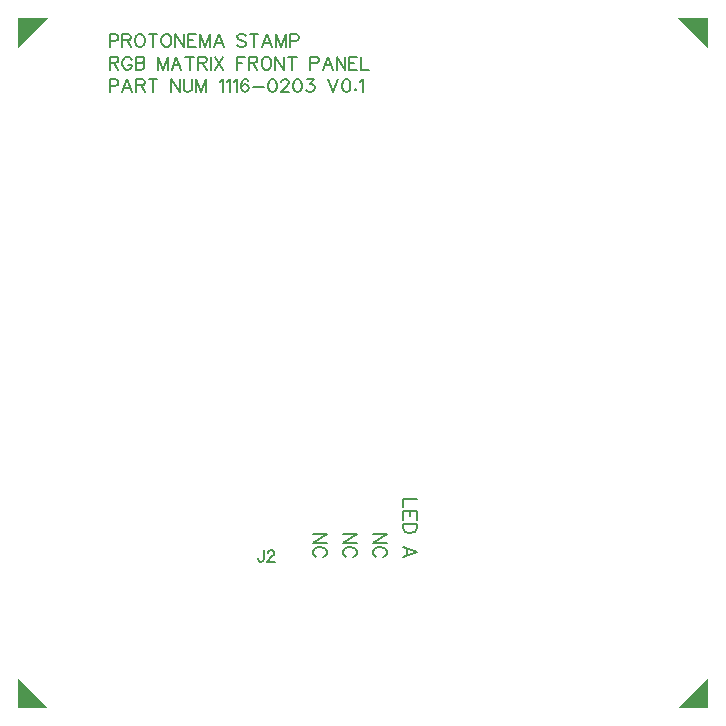
<source format=gto>
G04 Layer: TopSilkscreenLayer*
G04 EasyEDA v6.5.34, 2023-08-21 18:11:39*
G04 170543c9dcd043ffafcefd08752301e1,5a6b42c53f6a479593ecc07194224c93,10*
G04 Gerber Generator version 0.2*
G04 Scale: 100 percent, Rotated: No, Reflected: No *
G04 Dimensions in millimeters *
G04 leading zeros omitted , absolute positions ,4 integer and 5 decimal *
%FSLAX45Y45*%
%MOMM*%

%ADD10C,0.1524*%

%LPD*%
D10*
X2610403Y1473197D02*
G01*
X2495849Y1473197D01*
X2610403Y1473197D02*
G01*
X2495849Y1396743D01*
X2610403Y1396743D02*
G01*
X2495849Y1396743D01*
X2582971Y1279141D02*
G01*
X2593893Y1284475D01*
X2604815Y1295397D01*
X2610403Y1306319D01*
X2610403Y1328163D01*
X2604815Y1339085D01*
X2593893Y1350007D01*
X2582971Y1355341D01*
X2566715Y1360929D01*
X2539283Y1360929D01*
X2523027Y1355341D01*
X2512105Y1350007D01*
X2501183Y1339085D01*
X2495849Y1328163D01*
X2495849Y1306319D01*
X2501183Y1295397D01*
X2512105Y1284475D01*
X2523027Y1279141D01*
X3372401Y1765292D02*
G01*
X3257847Y1765292D01*
X3257847Y1765292D02*
G01*
X3257847Y1699760D01*
X3372401Y1663946D02*
G01*
X3257847Y1663946D01*
X3372401Y1663946D02*
G01*
X3372401Y1592826D01*
X3317791Y1663946D02*
G01*
X3317791Y1620258D01*
X3257847Y1663946D02*
G01*
X3257847Y1592826D01*
X3372401Y1557012D02*
G01*
X3257847Y1557012D01*
X3372401Y1557012D02*
G01*
X3372401Y1518658D01*
X3366813Y1502402D01*
X3355891Y1491480D01*
X3344969Y1486146D01*
X3328713Y1480558D01*
X3301281Y1480558D01*
X3285025Y1486146D01*
X3274103Y1491480D01*
X3263181Y1502402D01*
X3257847Y1518658D01*
X3257847Y1557012D01*
X3372401Y1316982D02*
G01*
X3257847Y1360670D01*
X3372401Y1316982D02*
G01*
X3257847Y1273294D01*
X3295947Y1344160D02*
G01*
X3295947Y1289550D01*
X2077471Y1332755D02*
G01*
X2077471Y1260109D01*
X2072899Y1246393D01*
X2068327Y1241823D01*
X2059183Y1237249D01*
X2050293Y1237249D01*
X2041149Y1241823D01*
X2036577Y1246393D01*
X2032005Y1260109D01*
X2032005Y1269255D01*
X2112015Y1310147D02*
G01*
X2112015Y1314721D01*
X2116587Y1323609D01*
X2121159Y1328181D01*
X2130303Y1332755D01*
X2148337Y1332755D01*
X2157481Y1328181D01*
X2162053Y1323609D01*
X2166625Y1314721D01*
X2166625Y1305577D01*
X2162053Y1296431D01*
X2152909Y1282715D01*
X2107443Y1237249D01*
X2171197Y1237249D01*
X2864403Y1473197D02*
G01*
X2749849Y1473197D01*
X2864403Y1473197D02*
G01*
X2749849Y1396743D01*
X2864403Y1396743D02*
G01*
X2749849Y1396743D01*
X2836971Y1279141D02*
G01*
X2847893Y1284475D01*
X2858815Y1295397D01*
X2864403Y1306319D01*
X2864403Y1328163D01*
X2858815Y1339085D01*
X2847893Y1350007D01*
X2836971Y1355341D01*
X2820715Y1360929D01*
X2793283Y1360929D01*
X2777027Y1355341D01*
X2766105Y1350007D01*
X2755183Y1339085D01*
X2749849Y1328163D01*
X2749849Y1306319D01*
X2755183Y1295397D01*
X2766105Y1284475D01*
X2777027Y1279141D01*
X3118403Y1473197D02*
G01*
X3003849Y1473197D01*
X3118403Y1473197D02*
G01*
X3003849Y1396743D01*
X3118403Y1396743D02*
G01*
X3003849Y1396743D01*
X3090971Y1279141D02*
G01*
X3101893Y1284475D01*
X3112815Y1295397D01*
X3118403Y1306319D01*
X3118403Y1328163D01*
X3112815Y1339085D01*
X3101893Y1350007D01*
X3090971Y1355341D01*
X3074715Y1360929D01*
X3047283Y1360929D01*
X3031027Y1355341D01*
X3020105Y1350007D01*
X3009183Y1339085D01*
X3003849Y1328163D01*
X3003849Y1306319D01*
X3009183Y1295397D01*
X3020105Y1284475D01*
X3031027Y1279141D01*
X774692Y5703308D02*
G01*
X774692Y5594342D01*
X774692Y5703308D02*
G01*
X821428Y5703308D01*
X836922Y5698228D01*
X842256Y5692894D01*
X847336Y5682480D01*
X847336Y5666986D01*
X842256Y5656572D01*
X836922Y5651492D01*
X821428Y5646158D01*
X774692Y5646158D01*
X881626Y5703308D02*
G01*
X881626Y5594342D01*
X881626Y5703308D02*
G01*
X928362Y5703308D01*
X944110Y5698228D01*
X949190Y5692894D01*
X954524Y5682480D01*
X954524Y5672066D01*
X949190Y5661652D01*
X944110Y5656572D01*
X928362Y5651492D01*
X881626Y5651492D01*
X918202Y5651492D02*
G01*
X954524Y5594342D01*
X1019802Y5703308D02*
G01*
X1009642Y5698228D01*
X999228Y5687814D01*
X993894Y5677400D01*
X988814Y5661652D01*
X988814Y5635744D01*
X993894Y5620250D01*
X999228Y5609836D01*
X1009642Y5599422D01*
X1019802Y5594342D01*
X1040630Y5594342D01*
X1051044Y5599422D01*
X1061458Y5609836D01*
X1066792Y5620250D01*
X1071872Y5635744D01*
X1071872Y5661652D01*
X1066792Y5677400D01*
X1061458Y5687814D01*
X1051044Y5698228D01*
X1040630Y5703308D01*
X1019802Y5703308D01*
X1142484Y5703308D02*
G01*
X1142484Y5594342D01*
X1106162Y5703308D02*
G01*
X1178806Y5703308D01*
X1244338Y5703308D02*
G01*
X1233924Y5698228D01*
X1223510Y5687814D01*
X1218430Y5677400D01*
X1213096Y5661652D01*
X1213096Y5635744D01*
X1218430Y5620250D01*
X1223510Y5609836D01*
X1233924Y5599422D01*
X1244338Y5594342D01*
X1265166Y5594342D01*
X1275580Y5599422D01*
X1285994Y5609836D01*
X1291074Y5620250D01*
X1296408Y5635744D01*
X1296408Y5661652D01*
X1291074Y5677400D01*
X1285994Y5687814D01*
X1275580Y5698228D01*
X1265166Y5703308D01*
X1244338Y5703308D01*
X1330698Y5703308D02*
G01*
X1330698Y5594342D01*
X1330698Y5703308D02*
G01*
X1403342Y5594342D01*
X1403342Y5703308D02*
G01*
X1403342Y5594342D01*
X1437632Y5703308D02*
G01*
X1437632Y5594342D01*
X1437632Y5703308D02*
G01*
X1505196Y5703308D01*
X1437632Y5651492D02*
G01*
X1479288Y5651492D01*
X1437632Y5594342D02*
G01*
X1505196Y5594342D01*
X1539486Y5703308D02*
G01*
X1539486Y5594342D01*
X1539486Y5703308D02*
G01*
X1581142Y5594342D01*
X1622544Y5703308D02*
G01*
X1581142Y5594342D01*
X1622544Y5703308D02*
G01*
X1622544Y5594342D01*
X1698490Y5703308D02*
G01*
X1656834Y5594342D01*
X1698490Y5703308D02*
G01*
X1739892Y5594342D01*
X1672582Y5630664D02*
G01*
X1724398Y5630664D01*
X1927090Y5687814D02*
G01*
X1916676Y5698228D01*
X1901182Y5703308D01*
X1880354Y5703308D01*
X1864606Y5698228D01*
X1854192Y5687814D01*
X1854192Y5677400D01*
X1859526Y5666986D01*
X1864606Y5661652D01*
X1875020Y5656572D01*
X1906262Y5646158D01*
X1916676Y5641078D01*
X1921756Y5635744D01*
X1927090Y5625330D01*
X1927090Y5609836D01*
X1916676Y5599422D01*
X1901182Y5594342D01*
X1880354Y5594342D01*
X1864606Y5599422D01*
X1854192Y5609836D01*
X1997702Y5703308D02*
G01*
X1997702Y5594342D01*
X1961380Y5703308D02*
G01*
X2034024Y5703308D01*
X2109970Y5703308D02*
G01*
X2068314Y5594342D01*
X2109970Y5703308D02*
G01*
X2151372Y5594342D01*
X2084062Y5630664D02*
G01*
X2135878Y5630664D01*
X2185662Y5703308D02*
G01*
X2185662Y5594342D01*
X2185662Y5703308D02*
G01*
X2227318Y5594342D01*
X2268974Y5703308D02*
G01*
X2227318Y5594342D01*
X2268974Y5703308D02*
G01*
X2268974Y5594342D01*
X2303264Y5703308D02*
G01*
X2303264Y5594342D01*
X2303264Y5703308D02*
G01*
X2350000Y5703308D01*
X2365494Y5698228D01*
X2370828Y5692894D01*
X2375908Y5682480D01*
X2375908Y5666986D01*
X2370828Y5656572D01*
X2365494Y5651492D01*
X2350000Y5646158D01*
X2303264Y5646158D01*
X774692Y5512859D02*
G01*
X774692Y5403639D01*
X774692Y5512859D02*
G01*
X821428Y5512859D01*
X836922Y5507525D01*
X842256Y5502445D01*
X847336Y5492031D01*
X847336Y5481617D01*
X842256Y5471203D01*
X836922Y5466123D01*
X821428Y5460789D01*
X774692Y5460789D01*
X811014Y5460789D02*
G01*
X847336Y5403639D01*
X959604Y5486951D02*
G01*
X954524Y5497365D01*
X944110Y5507525D01*
X933696Y5512859D01*
X912868Y5512859D01*
X902454Y5507525D01*
X892040Y5497365D01*
X886960Y5486951D01*
X881626Y5471203D01*
X881626Y5445295D01*
X886960Y5429801D01*
X892040Y5419387D01*
X902454Y5408973D01*
X912868Y5403639D01*
X933696Y5403639D01*
X944110Y5408973D01*
X954524Y5419387D01*
X959604Y5429801D01*
X959604Y5445295D01*
X933696Y5445295D02*
G01*
X959604Y5445295D01*
X993894Y5512859D02*
G01*
X993894Y5403639D01*
X993894Y5512859D02*
G01*
X1040630Y5512859D01*
X1056378Y5507525D01*
X1061458Y5502445D01*
X1066792Y5492031D01*
X1066792Y5481617D01*
X1061458Y5471203D01*
X1056378Y5466123D01*
X1040630Y5460789D01*
X993894Y5460789D02*
G01*
X1040630Y5460789D01*
X1056378Y5455709D01*
X1061458Y5450375D01*
X1066792Y5440215D01*
X1066792Y5424467D01*
X1061458Y5414053D01*
X1056378Y5408973D01*
X1040630Y5403639D01*
X993894Y5403639D01*
X1181092Y5512859D02*
G01*
X1181092Y5403639D01*
X1181092Y5512859D02*
G01*
X1222494Y5403639D01*
X1264150Y5512859D02*
G01*
X1222494Y5403639D01*
X1264150Y5512859D02*
G01*
X1264150Y5403639D01*
X1339842Y5512859D02*
G01*
X1298440Y5403639D01*
X1339842Y5512859D02*
G01*
X1381498Y5403639D01*
X1313934Y5440215D02*
G01*
X1366004Y5440215D01*
X1452110Y5512859D02*
G01*
X1452110Y5403639D01*
X1415788Y5512859D02*
G01*
X1488432Y5512859D01*
X1522722Y5512859D02*
G01*
X1522722Y5403639D01*
X1522722Y5512859D02*
G01*
X1569712Y5512859D01*
X1585206Y5507525D01*
X1590286Y5502445D01*
X1595620Y5492031D01*
X1595620Y5481617D01*
X1590286Y5471203D01*
X1585206Y5466123D01*
X1569712Y5460789D01*
X1522722Y5460789D01*
X1559298Y5460789D02*
G01*
X1595620Y5403639D01*
X1629910Y5512859D02*
G01*
X1629910Y5403639D01*
X1664200Y5512859D02*
G01*
X1736844Y5403639D01*
X1736844Y5512859D02*
G01*
X1664200Y5403639D01*
X1851144Y5512859D02*
G01*
X1851144Y5403639D01*
X1851144Y5512859D02*
G01*
X1918708Y5512859D01*
X1851144Y5460789D02*
G01*
X1892800Y5460789D01*
X1952998Y5512859D02*
G01*
X1952998Y5403639D01*
X1952998Y5512859D02*
G01*
X1999734Y5512859D01*
X2015482Y5507525D01*
X2020562Y5502445D01*
X2025642Y5492031D01*
X2025642Y5481617D01*
X2020562Y5471203D01*
X2015482Y5466123D01*
X1999734Y5460789D01*
X1952998Y5460789D01*
X1989320Y5460789D02*
G01*
X2025642Y5403639D01*
X2091174Y5512859D02*
G01*
X2080760Y5507525D01*
X2070346Y5497365D01*
X2065266Y5486951D01*
X2059932Y5471203D01*
X2059932Y5445295D01*
X2065266Y5429801D01*
X2070346Y5419387D01*
X2080760Y5408973D01*
X2091174Y5403639D01*
X2112002Y5403639D01*
X2122416Y5408973D01*
X2132830Y5419387D01*
X2137910Y5429801D01*
X2143244Y5445295D01*
X2143244Y5471203D01*
X2137910Y5486951D01*
X2132830Y5497365D01*
X2122416Y5507525D01*
X2112002Y5512859D01*
X2091174Y5512859D01*
X2177534Y5512859D02*
G01*
X2177534Y5403639D01*
X2177534Y5512859D02*
G01*
X2250178Y5403639D01*
X2250178Y5512859D02*
G01*
X2250178Y5403639D01*
X2320790Y5512859D02*
G01*
X2320790Y5403639D01*
X2284468Y5512859D02*
G01*
X2357112Y5512859D01*
X2471412Y5512859D02*
G01*
X2471412Y5403639D01*
X2471412Y5512859D02*
G01*
X2518402Y5512859D01*
X2533896Y5507525D01*
X2538976Y5502445D01*
X2544310Y5492031D01*
X2544310Y5476537D01*
X2538976Y5466123D01*
X2533896Y5460789D01*
X2518402Y5455709D01*
X2471412Y5455709D01*
X2620002Y5512859D02*
G01*
X2578600Y5403639D01*
X2620002Y5512859D02*
G01*
X2661658Y5403639D01*
X2594094Y5440215D02*
G01*
X2646164Y5440215D01*
X2695948Y5512859D02*
G01*
X2695948Y5403639D01*
X2695948Y5512859D02*
G01*
X2768592Y5403639D01*
X2768592Y5512859D02*
G01*
X2768592Y5403639D01*
X2802882Y5512859D02*
G01*
X2802882Y5403639D01*
X2802882Y5512859D02*
G01*
X2870446Y5512859D01*
X2802882Y5460789D02*
G01*
X2844538Y5460789D01*
X2802882Y5403639D02*
G01*
X2870446Y5403639D01*
X2904736Y5512859D02*
G01*
X2904736Y5403639D01*
X2904736Y5403639D02*
G01*
X2967220Y5403639D01*
X774692Y5322359D02*
G01*
X774692Y5213139D01*
X774692Y5322359D02*
G01*
X821428Y5322359D01*
X836922Y5317025D01*
X842256Y5311945D01*
X847336Y5301531D01*
X847336Y5286037D01*
X842256Y5275623D01*
X836922Y5270289D01*
X821428Y5265209D01*
X774692Y5265209D01*
X923282Y5322359D02*
G01*
X881626Y5213139D01*
X923282Y5322359D02*
G01*
X964938Y5213139D01*
X897374Y5249715D02*
G01*
X949190Y5249715D01*
X999228Y5322359D02*
G01*
X999228Y5213139D01*
X999228Y5322359D02*
G01*
X1045964Y5322359D01*
X1061458Y5317025D01*
X1066792Y5311945D01*
X1071872Y5301531D01*
X1071872Y5291117D01*
X1066792Y5280703D01*
X1061458Y5275623D01*
X1045964Y5270289D01*
X999228Y5270289D01*
X1035550Y5270289D02*
G01*
X1071872Y5213139D01*
X1142484Y5322359D02*
G01*
X1142484Y5213139D01*
X1106162Y5322359D02*
G01*
X1178806Y5322359D01*
X1293106Y5322359D02*
G01*
X1293106Y5213139D01*
X1293106Y5322359D02*
G01*
X1366004Y5213139D01*
X1366004Y5322359D02*
G01*
X1366004Y5213139D01*
X1400294Y5322359D02*
G01*
X1400294Y5244381D01*
X1405374Y5228887D01*
X1415788Y5218473D01*
X1431282Y5213139D01*
X1441696Y5213139D01*
X1457444Y5218473D01*
X1467858Y5228887D01*
X1472938Y5244381D01*
X1472938Y5322359D01*
X1507228Y5322359D02*
G01*
X1507228Y5213139D01*
X1507228Y5322359D02*
G01*
X1548884Y5213139D01*
X1590286Y5322359D02*
G01*
X1548884Y5213139D01*
X1590286Y5322359D02*
G01*
X1590286Y5213139D01*
X1704586Y5301531D02*
G01*
X1715000Y5306865D01*
X1730748Y5322359D01*
X1730748Y5213139D01*
X1765038Y5301531D02*
G01*
X1775452Y5306865D01*
X1790946Y5322359D01*
X1790946Y5213139D01*
X1825236Y5301531D02*
G01*
X1835650Y5306865D01*
X1851144Y5322359D01*
X1851144Y5213139D01*
X1947918Y5306865D02*
G01*
X1942584Y5317025D01*
X1927090Y5322359D01*
X1916676Y5322359D01*
X1901182Y5317025D01*
X1890768Y5301531D01*
X1885434Y5275623D01*
X1885434Y5249715D01*
X1890768Y5228887D01*
X1901182Y5218473D01*
X1916676Y5213139D01*
X1921756Y5213139D01*
X1937504Y5218473D01*
X1947918Y5228887D01*
X1952998Y5244381D01*
X1952998Y5249715D01*
X1947918Y5265209D01*
X1937504Y5275623D01*
X1921756Y5280703D01*
X1916676Y5280703D01*
X1901182Y5275623D01*
X1890768Y5265209D01*
X1885434Y5249715D01*
X1987288Y5259875D02*
G01*
X2080760Y5259875D01*
X2146292Y5322359D02*
G01*
X2130798Y5317025D01*
X2120384Y5301531D01*
X2115050Y5275623D01*
X2115050Y5259875D01*
X2120384Y5233967D01*
X2130798Y5218473D01*
X2146292Y5213139D01*
X2156706Y5213139D01*
X2172200Y5218473D01*
X2182614Y5233967D01*
X2187948Y5259875D01*
X2187948Y5275623D01*
X2182614Y5301531D01*
X2172200Y5317025D01*
X2156706Y5322359D01*
X2146292Y5322359D01*
X2227318Y5296451D02*
G01*
X2227318Y5301531D01*
X2232652Y5311945D01*
X2237732Y5317025D01*
X2248146Y5322359D01*
X2268974Y5322359D01*
X2279388Y5317025D01*
X2284468Y5311945D01*
X2289802Y5301531D01*
X2289802Y5291117D01*
X2284468Y5280703D01*
X2274054Y5265209D01*
X2222238Y5213139D01*
X2294882Y5213139D01*
X2360414Y5322359D02*
G01*
X2344666Y5317025D01*
X2334252Y5301531D01*
X2329172Y5275623D01*
X2329172Y5259875D01*
X2334252Y5233967D01*
X2344666Y5218473D01*
X2360414Y5213139D01*
X2370828Y5213139D01*
X2386322Y5218473D01*
X2396736Y5233967D01*
X2401816Y5259875D01*
X2401816Y5275623D01*
X2396736Y5301531D01*
X2386322Y5317025D01*
X2370828Y5322359D01*
X2360414Y5322359D01*
X2446520Y5322359D02*
G01*
X2503670Y5322359D01*
X2472682Y5280703D01*
X2488176Y5280703D01*
X2498590Y5275623D01*
X2503670Y5270289D01*
X2509004Y5254795D01*
X2509004Y5244381D01*
X2503670Y5228887D01*
X2493256Y5218473D01*
X2477762Y5213139D01*
X2462268Y5213139D01*
X2446520Y5218473D01*
X2441440Y5223553D01*
X2436106Y5233967D01*
X2623304Y5322359D02*
G01*
X2664706Y5213139D01*
X2706362Y5322359D02*
G01*
X2664706Y5213139D01*
X2771894Y5322359D02*
G01*
X2756146Y5317025D01*
X2745732Y5301531D01*
X2740652Y5275623D01*
X2740652Y5259875D01*
X2745732Y5233967D01*
X2756146Y5218473D01*
X2771894Y5213139D01*
X2782308Y5213139D01*
X2797802Y5218473D01*
X2808216Y5233967D01*
X2813296Y5259875D01*
X2813296Y5275623D01*
X2808216Y5301531D01*
X2797802Y5317025D01*
X2782308Y5322359D01*
X2771894Y5322359D01*
X2852920Y5239301D02*
G01*
X2847586Y5233967D01*
X2852920Y5228887D01*
X2858000Y5233967D01*
X2852920Y5239301D01*
X2892290Y5301531D02*
G01*
X2902704Y5306865D01*
X2918452Y5322359D01*
X2918452Y5213139D01*
G36*
X0Y5842000D02*
G01*
X0Y5588000D01*
X254000Y5842000D01*
G37*
G36*
X0Y254000D02*
G01*
X0Y0D01*
X254000Y0D01*
G37*
G36*
X5842000Y254000D02*
G01*
X5588000Y0D01*
X5842000Y0D01*
G37*
G36*
X5588000Y5842000D02*
G01*
X5842000Y5588000D01*
X5842000Y5842000D01*
G37*
M02*

</source>
